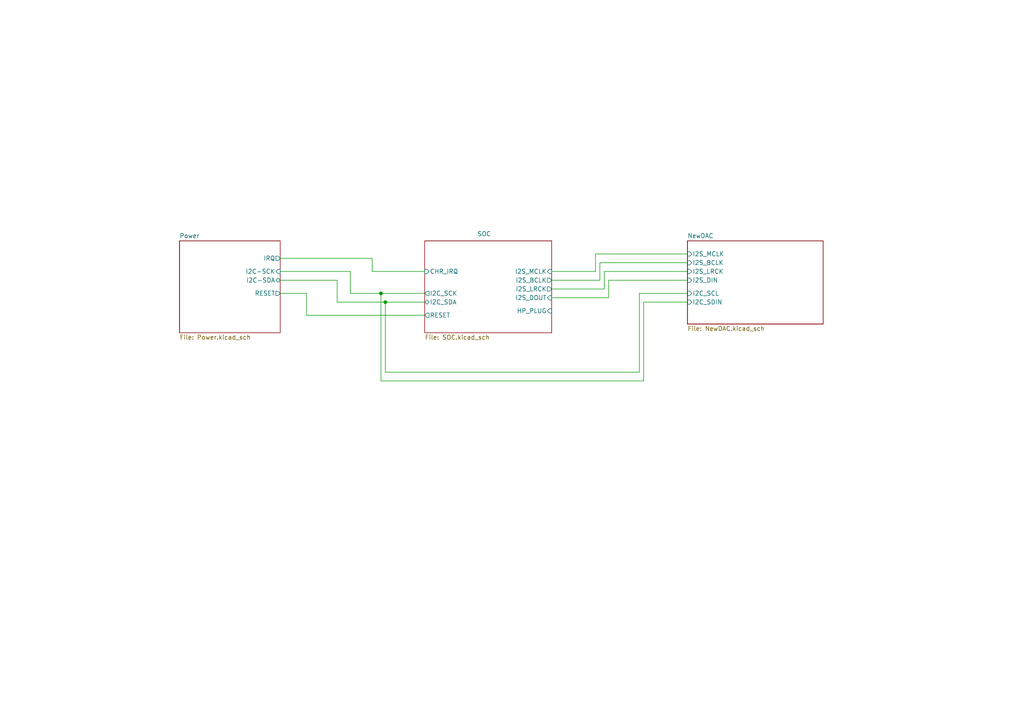
<source format=kicad_sch>
(kicad_sch (version 20211123) (generator eeschema)
  (paper "A4")
  (lib_symbols)
  (junction (at 110.49 85.09))
  (junction (at 111.76 87.63))
  (wire (pts (xy 176.53 81.28) (xy 199.39 81.28)))
  (wire (pts (xy 107.95 74.93) (xy 107.95 78.74)))
  (wire (pts (xy 110.49 85.09) (xy 110.49 110.49)))
  (wire (pts (xy 160.02 86.36) (xy 176.53 86.36)))
  (wire (pts (xy 186.69 110.49) (xy 186.69 87.63)))
  (wire (pts (xy 185.42 107.95) (xy 185.42 85.09)))
  (wire (pts (xy 97.79 81.28) (xy 97.79 87.63)))
  (wire (pts (xy 173.99 81.28) (xy 173.99 76.2)))
  (wire (pts (xy 81.28 74.93) (xy 107.95 74.93)))
  (wire (pts (xy 81.28 78.74) (xy 101.6 78.74)))
  (wire (pts (xy 81.28 85.09) (xy 88.9 85.09)))
  (wire (pts (xy 175.26 78.74) (xy 199.39 78.74)))
  (wire (pts (xy 175.26 83.82) (xy 175.26 78.74)))
  (wire (pts (xy 172.72 73.66) (xy 199.39 73.66)))
  (wire (pts (xy 185.42 85.09) (xy 199.39 85.09)))
  (wire (pts (xy 101.6 78.74) (xy 101.6 85.09)))
  (wire (pts (xy 111.76 87.63) (xy 111.76 107.95)))
  (wire (pts (xy 186.69 87.63) (xy 199.39 87.63)))
  (wire (pts (xy 160.02 81.28) (xy 173.99 81.28)))
  (wire (pts (xy 160.02 83.82) (xy 175.26 83.82)))
  (wire (pts (xy 110.49 85.09) (xy 123.19 85.09)))
  (wire (pts (xy 111.76 87.63) (xy 123.19 87.63)))
  (wire (pts (xy 172.72 78.74) (xy 172.72 73.66)))
  (wire (pts (xy 81.28 81.28) (xy 97.79 81.28)))
  (wire (pts (xy 110.49 110.49) (xy 186.69 110.49)))
  (wire (pts (xy 88.9 91.44) (xy 123.19 91.44)))
  (wire (pts (xy 107.95 78.74) (xy 123.19 78.74)))
  (wire (pts (xy 97.79 87.63) (xy 111.76 87.63)))
  (wire (pts (xy 101.6 85.09) (xy 110.49 85.09)))
  (wire (pts (xy 173.99 76.2) (xy 199.39 76.2)))
  (wire (pts (xy 111.76 107.95) (xy 185.42 107.95)))
  (wire (pts (xy 88.9 85.09) (xy 88.9 91.44)))
  (wire (pts (xy 176.53 86.36) (xy 176.53 81.28)))
  (wire (pts (xy 160.02 78.74) (xy 172.72 78.74)))
  (sheet (at 123.19 69.85) (size 36.83 26.67) (stroke (width 0.1524))
    (property "Sheet name" "SOC" (at 138.43 68.58 0) (effects (justify left bottom)))
    (property "Sheet file" "SOC.kicad_sch" (at 123.19 97.1046 0) (effects (justify left top)))
    (pin "I2S_MCLK" input (at 160.02 78.74 0))
    (pin "I2S_BCLK" output (at 160.02 81.28 0))
    (pin "I2S_LRCK" output (at 160.02 83.82 0))
    (pin "HP_PLUG" input (at 160.02 90.17 0))
    (pin "CHR_IRQ" input (at 123.19 78.74 180))
    (pin "I2C_SDA" bidirectional (at 123.19 87.63 180))
    (pin "I2C_SCK" output (at 123.19 85.09 180))
    (pin "RESET" output (at 123.19 91.44 180))
    (pin "I2S_DOUT" input (at 160.02 86.36 0))
  )
  (sheet (at 52.07 69.85) (size 29.21 26.67) (stroke (width 0.1524))
    (property "Sheet name" "Power" (at 52.07 69.1384 0) (effects (justify left bottom)))
    (property "Sheet file" "Power.kicad_sch" (at 52.07 97.1046 0) (effects (justify left top)))
    (pin "IRQ" output (at 81.28 74.93 0))
    (pin "I2C-SCK" input (at 81.28 78.74 0))
    (pin "I2C-SDA" bidirectional (at 81.28 81.28 0))
    (pin "RESET" output (at 81.28 85.09 0))
  )
  (sheet (at 199.39 69.85) (size 39.37 24.13) (stroke (width 0.1524))
    (property "Sheet name" "NewDAC" (at 199.39 69.1384 0) (effects (justify left bottom)))
    (property "Sheet file" "NewDAC.kicad_sch" (at 199.39 94.5646 0) (effects (justify left top)))
    (pin "I2S_DIN" input (at 199.39 81.28 180))
    (pin "I2S_LRCK" input (at 199.39 78.74 180))
    (pin "I2S_BCLK" input (at 199.39 76.2 180))
    (pin "I2C_SDIN" input (at 199.39 87.63 180))
    (pin "I2S_MCLK" input (at 199.39 73.66 180))
    (pin "I2C_SCL" input (at 199.39 85.09 180))
  )
)
</source>
